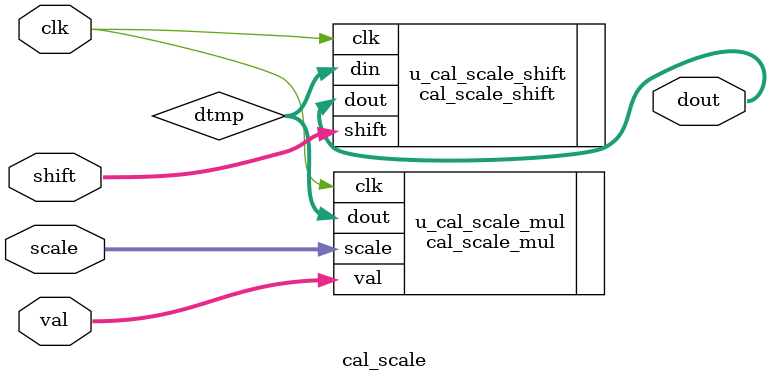
<source format=v>
module cal_scale
(
	input clk,
	input signed [15:0] val,
	input signed [15:0] scale,
	input [3:0] shift,
	output signed [15:0] dout
);
	wire [31:0] dtmp;
	cal_scale_mul u_cal_scale_mul
	(
		.clk(clk),
		.val(val),
		.scale(scale),
		.dout(dtmp)
	);
	cal_scale_shift u_cal_scale_shift
	(
		.clk(clk),
		.din(dtmp),
		.shift(shift),
		.dout(dout)
	);
endmodule
</source>
